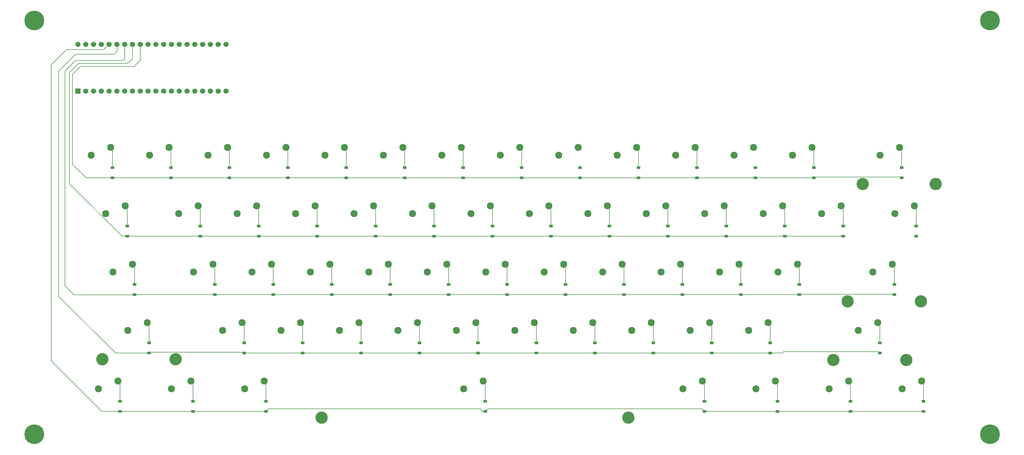
<source format=gbr>
%TF.GenerationSoftware,KiCad,Pcbnew,9.0.3*%
%TF.CreationDate,2025-08-13T20:15:07-07:00*%
%TF.ProjectId,keyboardpls,6b657962-6f61-4726-9470-6c732e6b6963,rev?*%
%TF.SameCoordinates,Original*%
%TF.FileFunction,Copper,L2,Bot*%
%TF.FilePolarity,Positive*%
%FSLAX46Y46*%
G04 Gerber Fmt 4.6, Leading zero omitted, Abs format (unit mm)*
G04 Created by KiCad (PCBNEW 9.0.3) date 2025-08-13 20:15:07*
%MOMM*%
%LPD*%
G01*
G04 APERTURE LIST*
G04 Aperture macros list*
%AMRoundRect*
0 Rectangle with rounded corners*
0 $1 Rounding radius*
0 $2 $3 $4 $5 $6 $7 $8 $9 X,Y pos of 4 corners*
0 Add a 4 corners polygon primitive as box body*
4,1,4,$2,$3,$4,$5,$6,$7,$8,$9,$2,$3,0*
0 Add four circle primitives for the rounded corners*
1,1,$1+$1,$2,$3*
1,1,$1+$1,$4,$5*
1,1,$1+$1,$6,$7*
1,1,$1+$1,$8,$9*
0 Add four rect primitives between the rounded corners*
20,1,$1+$1,$2,$3,$4,$5,0*
20,1,$1+$1,$4,$5,$6,$7,0*
20,1,$1+$1,$6,$7,$8,$9,0*
20,1,$1+$1,$8,$9,$2,$3,0*%
G04 Aperture macros list end*
%TA.AperFunction,ComponentPad*%
%ADD10C,2.300000*%
%TD*%
%TA.AperFunction,ComponentPad*%
%ADD11C,4.000000*%
%TD*%
%TA.AperFunction,SMDPad,CuDef*%
%ADD12RoundRect,0.225000X0.375000X-0.225000X0.375000X0.225000X-0.375000X0.225000X-0.375000X-0.225000X0*%
%TD*%
%TA.AperFunction,ComponentPad*%
%ADD13R,1.700000X1.700000*%
%TD*%
%TA.AperFunction,ComponentPad*%
%ADD14C,1.700000*%
%TD*%
%TA.AperFunction,ViaPad*%
%ADD15C,6.400000*%
%TD*%
%TA.AperFunction,Conductor*%
%ADD16C,0.200000*%
%TD*%
G04 APERTURE END LIST*
D10*
%TO.P,MX41,1,1*%
%TO.N,COL13*%
X331232650Y-154667700D03*
%TO.P,MX41,2,2*%
%TO.N,Net-(D41-A)*%
X337582650Y-152127700D03*
%TD*%
%TO.P,MX23,1,1*%
%TO.N,COL9*%
X238363900Y-135617700D03*
%TO.P,MX23,2,2*%
%TO.N,Net-(D23-A)*%
X244713900Y-133077700D03*
%TD*%
%TO.P,MX36,1,1*%
%TO.N,COL8*%
X224076400Y-154667700D03*
%TO.P,MX36,2,2*%
%TO.N,Net-(D36-A)*%
X230426400Y-152127700D03*
%TD*%
%TO.P,MX3,1,1*%
%TO.N,COL3*%
X114538900Y-116567700D03*
%TO.P,MX3,2,2*%
%TO.N,Net-(D3-A)*%
X120888900Y-114027700D03*
%TD*%
%TO.P,MX37,1,1*%
%TO.N,COL9*%
X243126400Y-154667700D03*
%TO.P,MX37,2,2*%
%TO.N,Net-(D37-A)*%
X249476400Y-152127700D03*
%TD*%
%TO.P,MX14,1,1*%
%TO.N,COL14*%
X333613900Y-116567700D03*
%TO.P,MX14,2,2*%
%TO.N,Net-(D14-A)*%
X339963900Y-114027700D03*
%TD*%
%TO.P,MX53,1,1*%
%TO.N,COL12*%
X326470150Y-173717700D03*
%TO.P,MX53,2,2*%
%TO.N,Net-(D53-A)*%
X332820150Y-171177700D03*
%TD*%
%TO.P,MX56,1,1*%
%TO.N,COL3*%
X126445150Y-192767700D03*
%TO.P,MX56,2,2*%
%TO.N,Net-(D56-A)*%
X132795150Y-190227700D03*
%TD*%
%TO.P,MX40,1,1*%
%TO.N,COL12*%
X300276400Y-154667700D03*
%TO.P,MX40,2,2*%
%TO.N,Net-(D40-A)*%
X306626400Y-152127700D03*
%TD*%
%TO.P,MX33,1,1*%
%TO.N,COL5*%
X166926400Y-154667700D03*
%TO.P,MX33,2,2*%
%TO.N,Net-(D33-A)*%
X173276400Y-152127700D03*
%TD*%
%TO.P,MX47,1,1*%
%TO.N,COL6*%
X195501400Y-173717700D03*
%TO.P,MX47,2,2*%
%TO.N,Net-(D47-A)*%
X201851400Y-171177700D03*
%TD*%
%TO.P,MX16,1,1*%
%TO.N,COL2*%
X105013900Y-135617700D03*
%TO.P,MX16,2,2*%
%TO.N,Net-(D16-A)*%
X111363900Y-133077700D03*
%TD*%
%TO.P,MX59,1,1*%
%TO.N,COL10*%
X293132650Y-192767700D03*
%TO.P,MX59,2,2*%
%TO.N,Net-(D59-A)*%
X299482650Y-190227700D03*
%TD*%
D11*
%TO.P,RightShiftStab1,*%
%TO.N,*%
X342166400Y-183337700D03*
X318353900Y-183337700D03*
%TD*%
D10*
%TO.P,MX18,1,1*%
%TO.N,COL4*%
X143113900Y-135617700D03*
%TO.P,MX18,2,2*%
%TO.N,Net-(D18-A)*%
X149463900Y-133077700D03*
%TD*%
D11*
%TO.P,BackSpaceStab1,*%
%TO.N,*%
X346829000Y-164197200D03*
X323016500Y-164197200D03*
%TD*%
%TO.P,LeftShiftStab1,*%
%TO.N,*%
X103924700Y-183090600D03*
X80112200Y-183090600D03*
%TD*%
D10*
%TO.P,MX11,1,1*%
%TO.N,COL11*%
X266938900Y-116567700D03*
%TO.P,MX11,2,2*%
%TO.N,Net-(D11-A)*%
X273288900Y-114027700D03*
%TD*%
%TO.P,MX12,1,1*%
%TO.N,COL12*%
X285988900Y-116567700D03*
%TO.P,MX12,2,2*%
%TO.N,Net-(D12-A)*%
X292338900Y-114027700D03*
%TD*%
%TO.P,MX31,1,1*%
%TO.N,COL3*%
X128826400Y-154667700D03*
%TO.P,MX31,2,2*%
%TO.N,Net-(D31-A)*%
X135176400Y-152127700D03*
%TD*%
%TO.P,MX30,1,1*%
%TO.N,COL2*%
X109776400Y-154667700D03*
%TO.P,MX30,2,2*%
%TO.N,Net-(D30-A)*%
X116126400Y-152127700D03*
%TD*%
%TO.P,MX49,1,1*%
%TO.N,COL8*%
X233601400Y-173717700D03*
%TO.P,MX49,2,2*%
%TO.N,Net-(D49-A)*%
X239951400Y-171177700D03*
%TD*%
%TO.P,MX57,1,1*%
%TO.N,COL6*%
X197882650Y-192767700D03*
%TO.P,MX57,2,2*%
%TO.N,Net-(D57-A)*%
X204232650Y-190227700D03*
%TD*%
%TO.P,MX52,1,1*%
%TO.N,COL11*%
X290751400Y-173717700D03*
%TO.P,MX52,2,2*%
%TO.N,Net-(D52-A)*%
X297101400Y-171177700D03*
%TD*%
D11*
%TO.P,SpaceStab1,*%
%TO.N,*%
X251566700Y-202141800D03*
X151554200Y-202141800D03*
%TD*%
D10*
%TO.P,MX10,1,1*%
%TO.N,COL10*%
X247888900Y-116567700D03*
%TO.P,MX10,2,2*%
%TO.N,Net-(D10-A)*%
X254238900Y-114027700D03*
%TD*%
%TO.P,MX54,1,1*%
%TO.N,COL1*%
X78820150Y-192767700D03*
%TO.P,MX54,2,2*%
%TO.N,Net-(D54-A)*%
X85170150Y-190227700D03*
%TD*%
%TO.P,MX35,1,1*%
%TO.N,COL7*%
X205026400Y-154667700D03*
%TO.P,MX35,2,2*%
%TO.N,Net-(D35-A)*%
X211376400Y-152127700D03*
%TD*%
%TO.P,MX9,1,1*%
%TO.N,COL9*%
X228838900Y-116567700D03*
%TO.P,MX9,2,2*%
%TO.N,Net-(D9-A)*%
X235188900Y-114027700D03*
%TD*%
%TO.P,MX32,1,1*%
%TO.N,COL4*%
X147876400Y-154667700D03*
%TO.P,MX32,2,2*%
%TO.N,Net-(D32-A)*%
X154226400Y-152127700D03*
%TD*%
%TO.P,MX19,1,1*%
%TO.N,COL5*%
X162163900Y-135617700D03*
%TO.P,MX19,2,2*%
%TO.N,Net-(D19-A)*%
X168513900Y-133077700D03*
%TD*%
%TO.P,MX43,1,1*%
%TO.N,COL2*%
X119301400Y-173717700D03*
%TO.P,MX43,2,2*%
%TO.N,Net-(D43-A)*%
X125651400Y-171177700D03*
%TD*%
D11*
%TO.P,EnterStab1,*%
%TO.N,*%
X351685000Y-125937000D03*
X327872500Y-125937000D03*
%TD*%
D10*
%TO.P,MX2,1,1*%
%TO.N,COL2*%
X95488900Y-116567700D03*
%TO.P,MX2,2,2*%
%TO.N,Net-(D2-A)*%
X101838900Y-114027700D03*
%TD*%
%TO.P,MX42,1,1*%
%TO.N,COL1*%
X88345150Y-173717700D03*
%TO.P,MX42,2,2*%
%TO.N,Net-(D42-A)*%
X94695150Y-171177700D03*
%TD*%
%TO.P,MX60,1,1*%
%TO.N,COL11*%
X316945150Y-192767700D03*
%TO.P,MX60,2,2*%
%TO.N,Net-(D60-A)*%
X323295150Y-190227700D03*
%TD*%
%TO.P,MX21,1,1*%
%TO.N,COL7*%
X200263900Y-135617700D03*
%TO.P,MX21,2,2*%
%TO.N,Net-(D21-A)*%
X206613900Y-133077700D03*
%TD*%
%TO.P,MX34,1,1*%
%TO.N,COL6*%
X185976400Y-154667700D03*
%TO.P,MX34,2,2*%
%TO.N,Net-(D34-A)*%
X192326400Y-152127700D03*
%TD*%
%TO.P,MX27,1,1*%
%TO.N,COL13*%
X314563900Y-135617700D03*
%TO.P,MX27,2,2*%
%TO.N,Net-(D27-A)*%
X320913900Y-133077700D03*
%TD*%
%TO.P,MX28,1,1*%
%TO.N,COL14*%
X338376400Y-135617700D03*
%TO.P,MX28,2,2*%
%TO.N,Net-(D28-A)*%
X344726400Y-133077700D03*
%TD*%
%TO.P,MX58,1,1*%
%TO.N,COL9*%
X269320150Y-192767700D03*
%TO.P,MX58,2,2*%
%TO.N,Net-(D58-A)*%
X275670150Y-190227700D03*
%TD*%
%TO.P,MX5,1,1*%
%TO.N,COL5*%
X152638900Y-116567700D03*
%TO.P,MX5,2,2*%
%TO.N,Net-(D5-A)*%
X158988900Y-114027700D03*
%TD*%
%TO.P,MX38,1,1*%
%TO.N,COL10*%
X262176400Y-154667700D03*
%TO.P,MX38,2,2*%
%TO.N,Net-(D38-A)*%
X268526400Y-152127700D03*
%TD*%
%TO.P,MX61,1,1*%
%TO.N,COL12*%
X340757650Y-192767700D03*
%TO.P,MX61,2,2*%
%TO.N,Net-(D61-A)*%
X347107650Y-190227700D03*
%TD*%
%TO.P,MX24,1,1*%
%TO.N,COL10*%
X257413900Y-135617700D03*
%TO.P,MX24,2,2*%
%TO.N,Net-(D24-A)*%
X263763900Y-133077700D03*
%TD*%
%TO.P,MX48,1,1*%
%TO.N,COL7*%
X214551400Y-173717700D03*
%TO.P,MX48,2,2*%
%TO.N,Net-(D48-A)*%
X220901400Y-171177700D03*
%TD*%
%TO.P,MX44,1,1*%
%TO.N,COL3*%
X138351400Y-173717700D03*
%TO.P,MX44,2,2*%
%TO.N,Net-(D44-A)*%
X144701400Y-171177700D03*
%TD*%
%TO.P,MX1,1,1*%
%TO.N,COL1*%
X76438900Y-116567700D03*
%TO.P,MX1,2,2*%
%TO.N,Net-(D1-A)*%
X82788900Y-114027700D03*
%TD*%
%TO.P,MX20,1,1*%
%TO.N,COL6*%
X181213900Y-135617700D03*
%TO.P,MX20,2,2*%
%TO.N,Net-(D20-A)*%
X187563900Y-133077700D03*
%TD*%
%TO.P,MX4,1,1*%
%TO.N,COL4*%
X133588900Y-116567700D03*
%TO.P,MX4,2,2*%
%TO.N,Net-(D4-A)*%
X139938900Y-114027700D03*
%TD*%
%TO.P,MX8,1,1*%
%TO.N,COL8*%
X209788900Y-116567700D03*
%TO.P,MX8,2,2*%
%TO.N,Net-(D8-A)*%
X216138900Y-114027700D03*
%TD*%
%TO.P,MX55,1,1*%
%TO.N,COL2*%
X102632650Y-192767700D03*
%TO.P,MX55,2,2*%
%TO.N,Net-(D55-A)*%
X108982650Y-190227700D03*
%TD*%
%TO.P,MX7,1,1*%
%TO.N,COL7*%
X190738900Y-116567700D03*
%TO.P,MX7,2,2*%
%TO.N,Net-(D7-A)*%
X197088900Y-114027700D03*
%TD*%
%TO.P,MX22,1,1*%
%TO.N,COL8*%
X219313900Y-135617700D03*
%TO.P,MX22,2,2*%
%TO.N,Net-(D22-A)*%
X225663900Y-133077700D03*
%TD*%
%TO.P,MX13,1,1*%
%TO.N,COL13*%
X305038900Y-116567700D03*
%TO.P,MX13,2,2*%
%TO.N,Net-(D13-A)*%
X311388900Y-114027700D03*
%TD*%
%TO.P,MX51,1,1*%
%TO.N,COL10*%
X271701400Y-173717700D03*
%TO.P,MX51,2,2*%
%TO.N,Net-(D51-A)*%
X278051400Y-171177700D03*
%TD*%
%TO.P,MX50,1,1*%
%TO.N,COL9*%
X252651400Y-173717700D03*
%TO.P,MX50,2,2*%
%TO.N,Net-(D50-A)*%
X259001400Y-171177700D03*
%TD*%
%TO.P,MX29,1,1*%
%TO.N,COL1*%
X83582650Y-154667700D03*
%TO.P,MX29,2,2*%
%TO.N,Net-(D29-A)*%
X89932650Y-152127700D03*
%TD*%
%TO.P,MX39,1,1*%
%TO.N,COL11*%
X281226400Y-154667700D03*
%TO.P,MX39,2,2*%
%TO.N,Net-(D39-A)*%
X287576400Y-152127700D03*
%TD*%
%TO.P,MX15,1,1*%
%TO.N,COL1*%
X81201400Y-135617700D03*
%TO.P,MX15,2,2*%
%TO.N,Net-(D15-A)*%
X87551400Y-133077700D03*
%TD*%
%TO.P,MX45,1,1*%
%TO.N,COL4*%
X157401400Y-173717700D03*
%TO.P,MX45,2,2*%
%TO.N,Net-(D45-A)*%
X163751400Y-171177700D03*
%TD*%
%TO.P,MX17,1,1*%
%TO.N,COL3*%
X124063900Y-135617700D03*
%TO.P,MX17,2,2*%
%TO.N,Net-(D17-A)*%
X130413900Y-133077700D03*
%TD*%
%TO.P,MX6,1,1*%
%TO.N,COL6*%
X171688900Y-116567700D03*
%TO.P,MX6,2,2*%
%TO.N,Net-(D6-A)*%
X178038900Y-114027700D03*
%TD*%
%TO.P,MX26,1,1*%
%TO.N,COL12*%
X295513900Y-135617700D03*
%TO.P,MX26,2,2*%
%TO.N,Net-(D26-A)*%
X301863900Y-133077700D03*
%TD*%
%TO.P,MX46,1,1*%
%TO.N,COL5*%
X176451400Y-173717700D03*
%TO.P,MX46,2,2*%
%TO.N,Net-(D46-A)*%
X182801400Y-171177700D03*
%TD*%
%TO.P,MX25,1,1*%
%TO.N,COL11*%
X276463900Y-135617700D03*
%TO.P,MX25,2,2*%
%TO.N,Net-(D25-A)*%
X282813900Y-133077700D03*
%TD*%
D12*
%TO.P,D14,1,K*%
%TO.N,ROW1*%
X340599100Y-123932900D03*
%TO.P,D14,2,A*%
%TO.N,Net-(D14-A)*%
X340599100Y-120632900D03*
%TD*%
%TO.P,D53,1,K*%
%TO.N,ROW4*%
X333455350Y-181082900D03*
%TO.P,D53,2,A*%
%TO.N,Net-(D53-A)*%
X333455350Y-177782900D03*
%TD*%
%TO.P,D50,1,K*%
%TO.N,ROW4*%
X259636600Y-181082900D03*
%TO.P,D50,2,A*%
%TO.N,Net-(D50-A)*%
X259636600Y-177782900D03*
%TD*%
%TO.P,D48,1,K*%
%TO.N,ROW4*%
X221536600Y-181082900D03*
%TO.P,D48,2,A*%
%TO.N,Net-(D48-A)*%
X221536600Y-177782900D03*
%TD*%
%TO.P,D19,1,K*%
%TO.N,ROW2*%
X169149100Y-142982900D03*
%TO.P,D19,2,A*%
%TO.N,Net-(D19-A)*%
X169149100Y-139682900D03*
%TD*%
%TO.P,D16,1,K*%
%TO.N,ROW2*%
X111999100Y-142982900D03*
%TO.P,D16,2,A*%
%TO.N,Net-(D16-A)*%
X111999100Y-139682900D03*
%TD*%
%TO.P,D27,1,K*%
%TO.N,ROW2*%
X321549100Y-142982900D03*
%TO.P,D27,2,A*%
%TO.N,Net-(D27-A)*%
X321549100Y-139682900D03*
%TD*%
%TO.P,D24,1,K*%
%TO.N,ROW2*%
X264399100Y-142982900D03*
%TO.P,D24,2,A*%
%TO.N,Net-(D24-A)*%
X264399100Y-139682900D03*
%TD*%
%TO.P,D23,1,K*%
%TO.N,ROW2*%
X245349100Y-142982900D03*
%TO.P,D23,2,A*%
%TO.N,Net-(D23-A)*%
X245349100Y-139682900D03*
%TD*%
%TO.P,D17,1,K*%
%TO.N,ROW2*%
X131049100Y-142982900D03*
%TO.P,D17,2,A*%
%TO.N,Net-(D17-A)*%
X131049100Y-139682900D03*
%TD*%
%TO.P,D43,1,K*%
%TO.N,ROW4*%
X126286600Y-181082900D03*
%TO.P,D43,2,A*%
%TO.N,Net-(D43-A)*%
X126286600Y-177782900D03*
%TD*%
%TO.P,D10,1,K*%
%TO.N,ROW1*%
X254874100Y-123932900D03*
%TO.P,D10,2,A*%
%TO.N,Net-(D10-A)*%
X254874100Y-120632900D03*
%TD*%
%TO.P,D26,1,K*%
%TO.N,ROW2*%
X302499100Y-142982900D03*
%TO.P,D26,2,A*%
%TO.N,Net-(D26-A)*%
X302499100Y-139682900D03*
%TD*%
%TO.P,D49,1,K*%
%TO.N,ROW4*%
X240586600Y-181082900D03*
%TO.P,D49,2,A*%
%TO.N,Net-(D49-A)*%
X240586600Y-177782900D03*
%TD*%
%TO.P,D35,1,K*%
%TO.N,ROW3*%
X212011600Y-162032900D03*
%TO.P,D35,2,A*%
%TO.N,Net-(D35-A)*%
X212011600Y-158732900D03*
%TD*%
%TO.P,D58,1,K*%
%TO.N,ROW5*%
X276305350Y-200132900D03*
%TO.P,D58,2,A*%
%TO.N,Net-(D58-A)*%
X276305350Y-196832900D03*
%TD*%
%TO.P,D29,1,K*%
%TO.N,ROW3*%
X90567850Y-162032900D03*
%TO.P,D29,2,A*%
%TO.N,Net-(D29-A)*%
X90567850Y-158732900D03*
%TD*%
%TO.P,D22,1,K*%
%TO.N,ROW2*%
X226299100Y-142982900D03*
%TO.P,D22,2,A*%
%TO.N,Net-(D22-A)*%
X226299100Y-139682900D03*
%TD*%
%TO.P,D15,1,K*%
%TO.N,ROW2*%
X88186600Y-142982900D03*
%TO.P,D15,2,A*%
%TO.N,Net-(D15-A)*%
X88186600Y-139682900D03*
%TD*%
%TO.P,D52,1,K*%
%TO.N,ROW4*%
X297736600Y-181082900D03*
%TO.P,D52,2,A*%
%TO.N,Net-(D52-A)*%
X297736600Y-177782900D03*
%TD*%
%TO.P,D3,1,K*%
%TO.N,ROW1*%
X121524100Y-123932900D03*
%TO.P,D3,2,A*%
%TO.N,Net-(D3-A)*%
X121524100Y-120632900D03*
%TD*%
%TO.P,D28,1,K*%
%TO.N,ROW2*%
X345361600Y-142982900D03*
%TO.P,D28,2,A*%
%TO.N,Net-(D28-A)*%
X345361600Y-139682900D03*
%TD*%
%TO.P,D20,1,K*%
%TO.N,ROW2*%
X188199100Y-142982900D03*
%TO.P,D20,2,A*%
%TO.N,Net-(D20-A)*%
X188199100Y-139682900D03*
%TD*%
%TO.P,D41,1,K*%
%TO.N,ROW3*%
X338217850Y-162032900D03*
%TO.P,D41,2,A*%
%TO.N,Net-(D41-A)*%
X338217850Y-158732900D03*
%TD*%
%TO.P,D33,1,K*%
%TO.N,ROW3*%
X173911600Y-162032900D03*
%TO.P,D33,2,A*%
%TO.N,Net-(D33-A)*%
X173911600Y-158732900D03*
%TD*%
%TO.P,D8,1,K*%
%TO.N,ROW1*%
X216774100Y-123932900D03*
%TO.P,D8,2,A*%
%TO.N,Net-(D8-A)*%
X216774100Y-120632900D03*
%TD*%
%TO.P,D2,1,K*%
%TO.N,ROW1*%
X102474100Y-123932900D03*
%TO.P,D2,2,A*%
%TO.N,Net-(D2-A)*%
X102474100Y-120632900D03*
%TD*%
%TO.P,D45,1,K*%
%TO.N,ROW4*%
X164386600Y-181082900D03*
%TO.P,D45,2,A*%
%TO.N,Net-(D45-A)*%
X164386600Y-177782900D03*
%TD*%
%TO.P,D18,1,K*%
%TO.N,ROW2*%
X150099100Y-142982900D03*
%TO.P,D18,2,A*%
%TO.N,Net-(D18-A)*%
X150099100Y-139682900D03*
%TD*%
%TO.P,D31,1,K*%
%TO.N,ROW3*%
X135811600Y-162032900D03*
%TO.P,D31,2,A*%
%TO.N,Net-(D31-A)*%
X135811600Y-158732900D03*
%TD*%
%TO.P,D56,1,K*%
%TO.N,ROW5*%
X133430350Y-200132900D03*
%TO.P,D56,2,A*%
%TO.N,Net-(D56-A)*%
X133430350Y-196832900D03*
%TD*%
%TO.P,D44,1,K*%
%TO.N,ROW4*%
X145336600Y-181082900D03*
%TO.P,D44,2,A*%
%TO.N,Net-(D44-A)*%
X145336600Y-177782900D03*
%TD*%
%TO.P,D11,1,K*%
%TO.N,ROW1*%
X273924100Y-123932900D03*
%TO.P,D11,2,A*%
%TO.N,Net-(D11-A)*%
X273924100Y-120632900D03*
%TD*%
%TO.P,D61,1,K*%
%TO.N,ROW5*%
X347742850Y-200132900D03*
%TO.P,D61,2,A*%
%TO.N,Net-(D61-A)*%
X347742850Y-196832900D03*
%TD*%
%TO.P,D37,1,K*%
%TO.N,ROW3*%
X250111600Y-162032900D03*
%TO.P,D37,2,A*%
%TO.N,Net-(D37-A)*%
X250111600Y-158732900D03*
%TD*%
%TO.P,D39,1,K*%
%TO.N,ROW3*%
X288211600Y-162032900D03*
%TO.P,D39,2,A*%
%TO.N,Net-(D39-A)*%
X288211600Y-158732900D03*
%TD*%
%TO.P,D13,1,K*%
%TO.N,ROW1*%
X312024100Y-123932900D03*
%TO.P,D13,2,A*%
%TO.N,Net-(D13-A)*%
X312024100Y-120632900D03*
%TD*%
%TO.P,D38,1,K*%
%TO.N,ROW3*%
X269161600Y-162032900D03*
%TO.P,D38,2,A*%
%TO.N,Net-(D38-A)*%
X269161600Y-158732900D03*
%TD*%
%TO.P,D21,1,K*%
%TO.N,ROW2*%
X207249100Y-142982900D03*
%TO.P,D21,2,A*%
%TO.N,Net-(D21-A)*%
X207249100Y-139682900D03*
%TD*%
%TO.P,D46,1,K*%
%TO.N,ROW4*%
X183436600Y-181082900D03*
%TO.P,D46,2,A*%
%TO.N,Net-(D46-A)*%
X183436600Y-177782900D03*
%TD*%
%TO.P,D9,1,K*%
%TO.N,ROW1*%
X235824100Y-123932900D03*
%TO.P,D9,2,A*%
%TO.N,Net-(D9-A)*%
X235824100Y-120632900D03*
%TD*%
%TO.P,D30,1,K*%
%TO.N,ROW3*%
X116761600Y-162032900D03*
%TO.P,D30,2,A*%
%TO.N,Net-(D30-A)*%
X116761600Y-158732900D03*
%TD*%
%TO.P,D5,1,K*%
%TO.N,ROW1*%
X159624100Y-123932900D03*
%TO.P,D5,2,A*%
%TO.N,Net-(D5-A)*%
X159624100Y-120632900D03*
%TD*%
%TO.P,D54,1,K*%
%TO.N,ROW5*%
X85805350Y-200132900D03*
%TO.P,D54,2,A*%
%TO.N,Net-(D54-A)*%
X85805350Y-196832900D03*
%TD*%
%TO.P,D59,1,K*%
%TO.N,ROW5*%
X300117850Y-200132900D03*
%TO.P,D59,2,A*%
%TO.N,Net-(D59-A)*%
X300117850Y-196832900D03*
%TD*%
%TO.P,D1,1,K*%
%TO.N,ROW1*%
X83424100Y-123932900D03*
%TO.P,D1,2,A*%
%TO.N,Net-(D1-A)*%
X83424100Y-120632900D03*
%TD*%
%TO.P,D25,1,K*%
%TO.N,ROW2*%
X283449100Y-142982900D03*
%TO.P,D25,2,A*%
%TO.N,Net-(D25-A)*%
X283449100Y-139682900D03*
%TD*%
%TO.P,D57,1,K*%
%TO.N,ROW5*%
X204867850Y-200132900D03*
%TO.P,D57,2,A*%
%TO.N,Net-(D57-A)*%
X204867850Y-196832900D03*
%TD*%
%TO.P,D32,1,K*%
%TO.N,ROW3*%
X154861600Y-162032900D03*
%TO.P,D32,2,A*%
%TO.N,Net-(D32-A)*%
X154861600Y-158732900D03*
%TD*%
%TO.P,D47,1,K*%
%TO.N,ROW4*%
X202486600Y-181082900D03*
%TO.P,D47,2,A*%
%TO.N,Net-(D47-A)*%
X202486600Y-177782900D03*
%TD*%
%TO.P,D4,1,K*%
%TO.N,ROW1*%
X140574100Y-123932900D03*
%TO.P,D4,2,A*%
%TO.N,Net-(D4-A)*%
X140574100Y-120632900D03*
%TD*%
%TO.P,D42,1,K*%
%TO.N,ROW4*%
X95330350Y-181082900D03*
%TO.P,D42,2,A*%
%TO.N,Net-(D42-A)*%
X95330350Y-177782900D03*
%TD*%
%TO.P,D55,1,K*%
%TO.N,ROW5*%
X109617850Y-200132900D03*
%TO.P,D55,2,A*%
%TO.N,Net-(D55-A)*%
X109617850Y-196832900D03*
%TD*%
%TO.P,D51,1,K*%
%TO.N,ROW4*%
X278686600Y-181082900D03*
%TO.P,D51,2,A*%
%TO.N,Net-(D51-A)*%
X278686600Y-177782900D03*
%TD*%
%TO.P,D34,1,K*%
%TO.N,ROW3*%
X192961600Y-162032900D03*
%TO.P,D34,2,A*%
%TO.N,Net-(D34-A)*%
X192961600Y-158732900D03*
%TD*%
%TO.P,D7,1,K*%
%TO.N,ROW1*%
X197724100Y-123932900D03*
%TO.P,D7,2,A*%
%TO.N,Net-(D7-A)*%
X197724100Y-120632900D03*
%TD*%
%TO.P,D60,1,K*%
%TO.N,ROW5*%
X323930350Y-200132900D03*
%TO.P,D60,2,A*%
%TO.N,Net-(D60-A)*%
X323930350Y-196832900D03*
%TD*%
%TO.P,D6,1,K*%
%TO.N,ROW1*%
X178674100Y-123932900D03*
%TO.P,D6,2,A*%
%TO.N,Net-(D6-A)*%
X178674100Y-120632900D03*
%TD*%
%TO.P,D12,1,K*%
%TO.N,ROW1*%
X292974100Y-123932900D03*
%TO.P,D12,2,A*%
%TO.N,Net-(D12-A)*%
X292974100Y-120632900D03*
%TD*%
%TO.P,D36,1,K*%
%TO.N,ROW3*%
X231061600Y-162032900D03*
%TO.P,D36,2,A*%
%TO.N,Net-(D36-A)*%
X231061600Y-158732900D03*
%TD*%
%TO.P,D40,1,K*%
%TO.N,ROW3*%
X307261600Y-162032900D03*
%TO.P,D40,2,A*%
%TO.N,Net-(D40-A)*%
X307261600Y-158732900D03*
%TD*%
D13*
%TO.P,U4,1,PB12*%
%TO.N,COL1*%
X72112500Y-95590000D03*
D14*
%TO.P,U4,2,PB13*%
%TO.N,COL2*%
X74652500Y-95590000D03*
%TO.P,U4,3,PB14*%
%TO.N,COL3*%
X77192500Y-95590000D03*
%TO.P,U4,4,PB15*%
%TO.N,COL4*%
X79732500Y-95590000D03*
%TO.P,U4,5,PA8*%
%TO.N,COL5*%
X82272500Y-95590000D03*
%TO.P,U4,6,PA9*%
%TO.N,COL6*%
X84812500Y-95590000D03*
%TO.P,U4,7,PA10*%
%TO.N,COL7*%
X87352500Y-95590000D03*
%TO.P,U4,8,PA11*%
%TO.N,unconnected-(U4-PA11-Pad8)*%
X89892500Y-95590000D03*
%TO.P,U4,9,PA12*%
%TO.N,unconnected-(U4-PA12-Pad9)*%
X92432500Y-95590000D03*
%TO.P,U4,10,PA15*%
%TO.N,COL8*%
X94972500Y-95590000D03*
%TO.P,U4,11,PB3*%
%TO.N,COL9*%
X97512500Y-95590000D03*
%TO.P,U4,12,PB4*%
%TO.N,COL10*%
X100052500Y-95590000D03*
%TO.P,U4,13,PB5*%
%TO.N,COL14*%
X102592500Y-95590000D03*
%TO.P,U4,14,PB6*%
%TO.N,COL13*%
X105132500Y-95590000D03*
%TO.P,U4,15,PB7*%
%TO.N,COL12*%
X107672500Y-95590000D03*
%TO.P,U4,16,PB8*%
%TO.N,COL11*%
X110212500Y-95590000D03*
%TO.P,U4,17,PB9*%
%TO.N,unconnected-(U4-PB9-Pad17)*%
X112752500Y-95590000D03*
%TO.P,U4,18,5V*%
%TO.N,unconnected-(U4-5V-Pad18)*%
X115292500Y-95590000D03*
%TO.P,U4,19,GND*%
%TO.N,unconnected-(U4-GND-Pad19)*%
X117832500Y-95590000D03*
%TO.P,U4,20,3V3*%
%TO.N,unconnected-(U4-3V3-Pad20)*%
X120372500Y-95590000D03*
%TO.P,U4,21,VBat*%
%TO.N,unconnected-(U4-VBat-Pad21)*%
X120372500Y-80350000D03*
%TO.P,U4,22,PC13*%
%TO.N,unconnected-(U4-PC13-Pad22)*%
X117832500Y-80350000D03*
%TO.P,U4,23,PC14*%
%TO.N,unconnected-(U4-PC14-Pad23)*%
X115292500Y-80350000D03*
%TO.P,U4,24,PC15*%
%TO.N,unconnected-(U4-PC15-Pad24)*%
X112752500Y-80350000D03*
%TO.P,U4,25,PA0*%
%TO.N,unconnected-(U4-PA0-Pad25)*%
X110212500Y-80350000D03*
%TO.P,U4,26,PA1*%
%TO.N,unconnected-(U4-PA1-Pad26)*%
X107672500Y-80350000D03*
%TO.P,U4,27,PA2*%
%TO.N,unconnected-(U4-PA2-Pad27)*%
X105132500Y-80350000D03*
%TO.P,U4,28,PA3*%
%TO.N,unconnected-(U4-PA3-Pad28)*%
X102592500Y-80350000D03*
%TO.P,U4,29,PA4*%
%TO.N,unconnected-(U4-PA4-Pad29)*%
X100052500Y-80350000D03*
%TO.P,U4,30,PA5*%
%TO.N,unconnected-(U4-PA5-Pad30)*%
X97512500Y-80350000D03*
%TO.P,U4,31,PA6*%
%TO.N,unconnected-(U4-PA6-Pad31)*%
X94972500Y-80350000D03*
%TO.P,U4,32,PA7*%
%TO.N,ROW1*%
X92432500Y-80350000D03*
%TO.P,U4,33,PB0*%
%TO.N,ROW2*%
X89892500Y-80350000D03*
%TO.P,U4,34,PB1*%
%TO.N,ROW3*%
X87352500Y-80350000D03*
%TO.P,U4,35,PB10*%
%TO.N,ROW4*%
X84812500Y-80350000D03*
%TO.P,U4,36,PB11*%
%TO.N,ROW5*%
X82272500Y-80350000D03*
%TO.P,U4,37,RST*%
%TO.N,unconnected-(U4-RST-Pad37)*%
X79732500Y-80350000D03*
%TO.P,U4,38,3V3*%
%TO.N,unconnected-(U4-3V3-Pad38)*%
X77192500Y-80350000D03*
%TO.P,U4,39,GND*%
%TO.N,unconnected-(U4-GND-Pad39)*%
X74652500Y-80350000D03*
%TO.P,U4,40,GND*%
%TO.N,unconnected-(U4-GND-Pad40)*%
X72112500Y-80350000D03*
%TD*%
D15*
%TO.N,*%
X369372500Y-207590000D03*
X57872500Y-207590000D03*
X369372500Y-72590000D03*
X57872500Y-72590000D03*
%TD*%
D16*
%TO.N,ROW5*%
X79915400Y-200132900D02*
X85805350Y-200132900D01*
X63372500Y-183590000D02*
X79915400Y-200132900D01*
X68372500Y-82090000D02*
X63372500Y-87090000D01*
X63372500Y-87090000D02*
X63372500Y-183590000D01*
X80532500Y-82090000D02*
X68372500Y-82090000D01*
X82272500Y-80350000D02*
X80532500Y-82090000D01*
%TO.N,ROW4*%
X84872500Y-80410000D02*
X84812500Y-80350000D01*
X84872500Y-82590000D02*
X84872500Y-80410000D01*
X71372500Y-83590000D02*
X83872500Y-83590000D01*
X65872500Y-89090000D02*
X71372500Y-83590000D01*
X65872500Y-162590000D02*
X65872500Y-89090000D01*
X83872500Y-83590000D02*
X84872500Y-82590000D01*
X84372500Y-181090000D02*
X65872500Y-162590000D01*
X84379600Y-181082900D02*
X84372500Y-181090000D01*
X95330350Y-181082900D02*
X84379600Y-181082900D01*
%TO.N,ROW3*%
X72372500Y-85590000D02*
X71372500Y-85590000D01*
X86872500Y-85590000D02*
X71372500Y-85590000D01*
X87352500Y-85110000D02*
X86872500Y-85590000D01*
X87352500Y-80350000D02*
X87352500Y-85110000D01*
%TO.N,ROW2*%
X69372500Y-89590000D02*
X69372500Y-125864974D01*
X72372500Y-86590000D02*
X69372500Y-89590000D01*
X88372500Y-86590000D02*
X72372500Y-86590000D01*
X89892500Y-85070000D02*
X88372500Y-86590000D01*
X89892500Y-80350000D02*
X89892500Y-85070000D01*
X69372500Y-125864974D02*
X86490426Y-142982900D01*
X86490426Y-142982900D02*
X88186600Y-142982900D01*
%TO.N,ROW1*%
X70372500Y-90090000D02*
X70372500Y-119494600D01*
X70372500Y-119494600D02*
X71467900Y-120590000D01*
X72872500Y-87590000D02*
X70372500Y-90090000D01*
X90372500Y-87590000D02*
X72872500Y-87590000D01*
X92432500Y-85530000D02*
X90372500Y-87590000D01*
X92432500Y-80350000D02*
X92432500Y-85530000D01*
%TO.N,ROW3*%
X67872500Y-89090000D02*
X67872500Y-159090000D01*
X71372500Y-85590000D02*
X67872500Y-89090000D01*
X67872500Y-159090000D02*
X69872500Y-161090000D01*
%TO.N,Net-(D1-A)*%
X82788900Y-114027700D02*
X83424100Y-114662900D01*
X83424100Y-114662900D02*
X83424100Y-120632900D01*
%TO.N,Net-(D2-A)*%
X101838900Y-114027700D02*
X102158100Y-114027700D01*
X102158100Y-114027700D02*
X102475300Y-114344900D01*
X102475300Y-114344900D02*
X102474100Y-114346100D01*
X102474100Y-114346100D02*
X102474100Y-120632900D01*
%TO.N,Net-(D3-A)*%
X120888900Y-114027700D02*
X121526500Y-114665300D01*
X121524100Y-114744200D02*
X121524100Y-120632900D01*
X121526500Y-114741800D02*
X121524100Y-114744200D01*
X121526500Y-114665300D02*
X121526500Y-114741800D01*
%TO.N,Net-(D4-A)*%
X139938900Y-114027700D02*
X140260500Y-114027700D01*
X140577700Y-114344900D02*
X140574100Y-114348500D01*
X140260500Y-114027700D02*
X140577700Y-114344900D01*
X140574100Y-114348500D02*
X140574100Y-120632900D01*
%TO.N,Net-(D5-A)*%
X159628900Y-114667700D02*
X159628900Y-114741800D01*
X159628900Y-114741800D02*
X159624100Y-114746600D01*
X158988900Y-114027700D02*
X159628900Y-114667700D01*
X159624100Y-114746600D02*
X159624100Y-120632900D01*
%TO.N,ROW1*%
X216774100Y-123932900D02*
X235824100Y-123932900D01*
X273924100Y-123932900D02*
X292974100Y-123932900D01*
X83424100Y-123932900D02*
X74810800Y-123932900D01*
X197724100Y-123932900D02*
X216774100Y-123932900D01*
X159624100Y-123932900D02*
X178674100Y-123932900D01*
X340303200Y-123637000D02*
X340599100Y-123932900D01*
X74810800Y-123932900D02*
X71467900Y-120590000D01*
X292974100Y-123932900D02*
X312024100Y-123932900D01*
X312024100Y-123932900D02*
X312320000Y-123637000D01*
X83424100Y-123870500D02*
X83486500Y-123932900D01*
X178674100Y-123932900D02*
X197724100Y-123932900D01*
X102474100Y-123932900D02*
X121524100Y-123932900D01*
X235824100Y-123932900D02*
X254874100Y-123932900D01*
X83486500Y-123932900D02*
X102474100Y-123932900D01*
X83424100Y-123932900D02*
X83424100Y-123870500D01*
X121524100Y-123932900D02*
X140574100Y-123932900D01*
X140574100Y-123932900D02*
X159624100Y-123932900D01*
X71467900Y-120590000D02*
X71467900Y-120685400D01*
X312320000Y-123637000D02*
X340303200Y-123637000D01*
X254874100Y-123932900D02*
X273924100Y-123932900D01*
%TO.N,ROW2*%
X131049100Y-142982900D02*
X150099100Y-142982900D01*
X111999100Y-142982900D02*
X131049100Y-142982900D01*
X302499100Y-142982900D02*
X321549100Y-142982900D01*
X245349100Y-142982900D02*
X264399100Y-142982900D01*
X207249100Y-142982900D02*
X226299100Y-142982900D01*
X88186600Y-142982900D02*
X111999100Y-142982900D01*
X188199100Y-142982900D02*
X207249100Y-142982900D01*
X169149100Y-142982900D02*
X188199100Y-142982900D01*
X264399100Y-142982900D02*
X283449100Y-142982900D01*
X283449100Y-142982900D02*
X302499100Y-142982900D01*
X226299100Y-142982900D02*
X245349100Y-142982900D01*
X150099100Y-142982900D02*
X169149100Y-142982900D01*
%TO.N,Net-(D6-A)*%
X178674100Y-114338900D02*
X178674100Y-120632900D01*
X178038900Y-114027700D02*
X178362900Y-114027700D01*
X178362900Y-114027700D02*
X178674100Y-114338900D01*
X178362900Y-114027700D02*
X178680100Y-114344900D01*
%TO.N,Net-(D7-A)*%
X197414100Y-114027700D02*
X197724100Y-114337700D01*
X197088900Y-114027700D02*
X197414100Y-114027700D01*
X197414100Y-114027700D02*
X197731300Y-114344900D01*
X197724100Y-114337700D02*
X197724100Y-120632900D01*
%TO.N,ROW3*%
X192961600Y-162032900D02*
X212011600Y-162032900D01*
X135811600Y-162032900D02*
X154861600Y-162032900D01*
X70872500Y-162090000D02*
X69872500Y-161090000D01*
X231061600Y-162032900D02*
X250111600Y-162032900D01*
X269161600Y-162032900D02*
X288211600Y-162032900D01*
X116761600Y-162032900D02*
X135811600Y-162032900D01*
X173911600Y-162032900D02*
X192961600Y-162032900D01*
X307397300Y-161897200D02*
X338082150Y-161897200D01*
X154861600Y-162032900D02*
X173911600Y-162032900D01*
X69872500Y-161090000D02*
X69372500Y-160590000D01*
X90567850Y-162032900D02*
X116761600Y-162032900D01*
X307261600Y-162032900D02*
X307397300Y-161897200D01*
X90510750Y-162090000D02*
X70872500Y-162090000D01*
X90567850Y-162032900D02*
X90510750Y-162090000D01*
X288211600Y-162032900D02*
X307261600Y-162032900D01*
X250111600Y-162032900D02*
X269161600Y-162032900D01*
X212011600Y-162032900D02*
X231061600Y-162032900D01*
X338082150Y-161897200D02*
X338217850Y-162032900D01*
%TO.N,Net-(D8-A)*%
X216774100Y-116337800D02*
X216774100Y-120632900D01*
X216782500Y-116329400D02*
X216774100Y-116337800D01*
X216138900Y-114027700D02*
X216782500Y-114671300D01*
X216782500Y-114671300D02*
X216782500Y-116329400D01*
%TO.N,ROW4*%
X240586600Y-181082900D02*
X259636600Y-181082900D01*
X301660300Y-181082900D02*
X301719100Y-181024100D01*
X301719100Y-181024100D02*
X302116000Y-180627200D01*
X202486600Y-181082900D02*
X221536600Y-181082900D01*
X95622650Y-180790600D02*
X125994300Y-180790600D01*
X332999650Y-180627200D02*
X333455350Y-181082900D01*
X221536600Y-181082900D02*
X240586600Y-181082900D01*
X125994300Y-180790600D02*
X126286600Y-181082900D01*
X302116000Y-180627200D02*
X332999650Y-180627200D01*
X183436600Y-181082900D02*
X202486600Y-181082900D01*
X278686600Y-181082900D02*
X297736600Y-181082900D01*
X145336600Y-181082900D02*
X164386600Y-181082900D01*
X259636600Y-181082900D02*
X278686600Y-181082900D01*
X164386600Y-181082900D02*
X183436600Y-181082900D01*
X126286600Y-181082900D02*
X145336600Y-181082900D01*
X95330350Y-181082900D02*
X95622650Y-180790600D01*
X297736600Y-181082900D02*
X301660300Y-181082900D01*
%TO.N,ROW5*%
X204867850Y-200132900D02*
X205719250Y-199281500D01*
X300117850Y-200132900D02*
X323930350Y-200132900D01*
X85805350Y-200132900D02*
X109617850Y-200132900D01*
X276305350Y-200132900D02*
X300117850Y-200132900D01*
X275453950Y-199281500D02*
X276305350Y-200132900D01*
X204139300Y-200132900D02*
X204867850Y-200132900D01*
X133430350Y-200132900D02*
X134281750Y-199281500D01*
X323930350Y-200132900D02*
X347742850Y-200132900D01*
X203287900Y-199281500D02*
X204139300Y-200132900D01*
X109617850Y-200132900D02*
X133430350Y-200132900D01*
X134281750Y-199281500D02*
X203287900Y-199281500D01*
X205719250Y-199281500D02*
X275453950Y-199281500D01*
%TO.N,Net-(D10-A)*%
X254884900Y-114673700D02*
X254884900Y-115138700D01*
X254874100Y-115149500D02*
X254874100Y-120632900D01*
X254238900Y-114027700D02*
X254884900Y-114673700D01*
X254884900Y-115138700D02*
X254874100Y-115149500D01*
%TO.N,Net-(D11-A)*%
X273936100Y-115138700D02*
X273924100Y-115150700D01*
X273924100Y-115150700D02*
X273924100Y-120632900D01*
X273936100Y-114674900D02*
X273936100Y-115138700D01*
X273288900Y-114027700D02*
X273936100Y-114674900D01*
%TO.N,Net-(D13-A)*%
X312038500Y-114677300D02*
X312038500Y-115535600D01*
X312024100Y-115550000D02*
X312024100Y-120632900D01*
X312038500Y-115535600D02*
X312024100Y-115550000D01*
X311388900Y-114027700D02*
X312038500Y-114677300D01*
%TO.N,Net-(D14-A)*%
X340599100Y-115948700D02*
X340599100Y-120632900D01*
X340615300Y-115932500D02*
X340599100Y-115948700D01*
X340615300Y-114679100D02*
X340615300Y-115932500D01*
X339963900Y-114027700D02*
X340615300Y-114679100D01*
%TO.N,Net-(D15-A)*%
X88186900Y-134189900D02*
X88186600Y-134190200D01*
X88186900Y-133713200D02*
X88186900Y-134189900D01*
X87551400Y-133077700D02*
X88186900Y-133713200D01*
X88186600Y-134190200D02*
X88186600Y-139682900D01*
%TO.N,Net-(D16-A)*%
X112000900Y-134189900D02*
X111999100Y-134191700D01*
X111999100Y-134191700D02*
X111999100Y-139682900D01*
X112000900Y-133714700D02*
X112000900Y-134189900D01*
X111363900Y-133077700D02*
X112000900Y-133714700D01*
%TO.N,Net-(D17-A)*%
X130413900Y-133077700D02*
X131052100Y-133715900D01*
X131052100Y-133715900D02*
X131052100Y-134983700D01*
X131052100Y-134983700D02*
X131049100Y-134986700D01*
X131049100Y-134986700D02*
X131049100Y-139682900D01*
%TO.N,Net-(D18-A)*%
X149463900Y-133077700D02*
X150103300Y-133717100D01*
X150099100Y-135384800D02*
X150099100Y-139682900D01*
X150103300Y-135380600D02*
X150099100Y-135384800D01*
X150103300Y-133717100D02*
X150103300Y-135380600D01*
%TO.N,Net-(D19-A)*%
X169154500Y-135380600D02*
X169149100Y-135386000D01*
X168513900Y-133077700D02*
X169154500Y-133718300D01*
X169149100Y-135386000D02*
X169149100Y-139682900D01*
X169154500Y-133718300D02*
X169154500Y-135380600D01*
%TO.N,Net-(D20-A)*%
X188199100Y-134990300D02*
X188199100Y-139682900D01*
X188205700Y-133719500D02*
X188205700Y-134983700D01*
X188205700Y-134983700D02*
X188199100Y-134990300D01*
X187563900Y-133077700D02*
X188205700Y-133719500D01*
%TO.N,Net-(D21-A)*%
X207256900Y-133793000D02*
X207249100Y-133800800D01*
X207256900Y-133720700D02*
X207256900Y-133793000D01*
X207249100Y-133800800D02*
X207249100Y-139682900D01*
X206613900Y-133077700D02*
X207256900Y-133720700D01*
%TO.N,Net-(D22-A)*%
X226299100Y-133802000D02*
X226299100Y-139682900D01*
X226308100Y-133721900D02*
X226308100Y-133793000D01*
X225663900Y-133077700D02*
X226308100Y-133721900D01*
X226308100Y-133793000D02*
X226299100Y-133802000D01*
%TO.N,Net-(D23-A)*%
X245359300Y-133723100D02*
X245359300Y-133793000D01*
X245359300Y-133793000D02*
X245349100Y-133803200D01*
X244713900Y-133077700D02*
X245359300Y-133723100D01*
X245349100Y-133803200D02*
X245349100Y-139682900D01*
%TO.N,Net-(D24-A)*%
X264410500Y-133724300D02*
X264410500Y-133793000D01*
X264410500Y-133793000D02*
X264399100Y-133804400D01*
X263763900Y-133077700D02*
X264410500Y-133724300D01*
X264399100Y-133804400D02*
X264399100Y-139682900D01*
%TO.N,Net-(D25-A)*%
X283461700Y-134189900D02*
X283449100Y-134202500D01*
X283449100Y-134202500D02*
X283449100Y-139682900D01*
X282813900Y-133077700D02*
X283461700Y-133725500D01*
X283461700Y-133725500D02*
X283461700Y-134189900D01*
%TO.N,Net-(D26-A)*%
X301863900Y-133144000D02*
X302499100Y-133779200D01*
X301863900Y-133144000D02*
X302512900Y-133793000D01*
X301863900Y-133077700D02*
X301863900Y-133144000D01*
X302499100Y-133779200D02*
X302499100Y-139682900D01*
%TO.N,Net-(D27-A)*%
X320913900Y-133077700D02*
X320913900Y-133142800D01*
X321564100Y-133793000D02*
X321549100Y-133808000D01*
X320913900Y-133142800D02*
X321564100Y-133793000D01*
X321549100Y-133808000D02*
X321549100Y-139682900D01*
%TO.N,Net-(D28-A)*%
X344726400Y-133077700D02*
X344726400Y-133141300D01*
X344726400Y-133141300D02*
X345378100Y-133793000D01*
X345361600Y-133776500D02*
X345361600Y-139682900D01*
X344726400Y-133141300D02*
X345361600Y-133776500D01*
%TO.N,Net-(D29-A)*%
X90567850Y-152762900D02*
X89932650Y-152127700D01*
X90567850Y-158732900D02*
X90567850Y-152762900D01*
%TO.N,Net-(D30-A)*%
X116761600Y-152762900D02*
X116126400Y-152127700D01*
X116761600Y-158732900D02*
X116761600Y-152762900D01*
%TO.N,Net-(D31-A)*%
X135811600Y-158732900D02*
X135811600Y-152762900D01*
X135811600Y-152762900D02*
X135176400Y-152127700D01*
%TO.N,Net-(D32-A)*%
X154861600Y-152762900D02*
X154226400Y-152127700D01*
X154861600Y-158732900D02*
X154861600Y-152762900D01*
%TO.N,Net-(D33-A)*%
X173911600Y-152762900D02*
X173276400Y-152127700D01*
X173911600Y-158732900D02*
X173911600Y-152762900D01*
%TO.N,Net-(D34-A)*%
X192961600Y-158732900D02*
X192961600Y-152762900D01*
X192961600Y-152762900D02*
X192326400Y-152127700D01*
%TO.N,Net-(D35-A)*%
X212011600Y-152762900D02*
X211376400Y-152127700D01*
X212011600Y-158732900D02*
X212011600Y-152762900D01*
%TO.N,Net-(D36-A)*%
X231061600Y-152762900D02*
X230426400Y-152127700D01*
X231061600Y-158732900D02*
X231061600Y-152762900D01*
%TO.N,Net-(D37-A)*%
X250111600Y-158732900D02*
X250111600Y-152762900D01*
X250111600Y-152762900D02*
X249476400Y-152127700D01*
%TO.N,Net-(D38-A)*%
X269161600Y-158732900D02*
X269161600Y-152762900D01*
X269161600Y-152762900D02*
X268526400Y-152127700D01*
%TO.N,Net-(D39-A)*%
X288211600Y-152762900D02*
X287576400Y-152127700D01*
X288211600Y-158732900D02*
X288211600Y-152762900D01*
%TO.N,Net-(D40-A)*%
X307261600Y-152762900D02*
X306626400Y-152127700D01*
X307261600Y-158732900D02*
X307261600Y-152762900D01*
%TO.N,Net-(D41-A)*%
X338217850Y-158732900D02*
X338217850Y-152762900D01*
X338217850Y-152762900D02*
X337582650Y-152127700D01*
%TO.N,Net-(D43-A)*%
X126286600Y-171812900D02*
X125651400Y-171177700D01*
X126286600Y-177782900D02*
X126286600Y-171812900D01*
%TO.N,Net-(D44-A)*%
X145336600Y-177782900D02*
X145336600Y-171812900D01*
X145336600Y-171812900D02*
X144701400Y-171177700D01*
%TO.N,Net-(D45-A)*%
X164386600Y-177782900D02*
X164386600Y-171812900D01*
X164386600Y-171812900D02*
X163751400Y-171177700D01*
%TO.N,Net-(D46-A)*%
X183436600Y-171812900D02*
X182801400Y-171177700D01*
X183436600Y-177782900D02*
X183436600Y-171812900D01*
%TO.N,Net-(D47-A)*%
X202486600Y-171812900D02*
X201851400Y-171177700D01*
X202486600Y-177782900D02*
X202486600Y-171812900D01*
%TO.N,Net-(D48-A)*%
X221536600Y-177782900D02*
X221536600Y-171812900D01*
X221536600Y-171812900D02*
X220901400Y-171177700D01*
%TO.N,Net-(D49-A)*%
X240586600Y-171812900D02*
X239951400Y-171177700D01*
X240586600Y-177782900D02*
X240586600Y-171812900D01*
%TO.N,Net-(D50-A)*%
X259636600Y-171812900D02*
X259001400Y-171177700D01*
X259636600Y-177782900D02*
X259636600Y-171812900D01*
%TO.N,Net-(D51-A)*%
X278686600Y-171812900D02*
X278051400Y-171177700D01*
X278686600Y-177782900D02*
X278686600Y-171812900D01*
%TO.N,Net-(D52-A)*%
X297736600Y-177782900D02*
X297736600Y-171812900D01*
X297736600Y-171812900D02*
X297101400Y-171177700D01*
%TO.N,Net-(D53-A)*%
X333455350Y-177782900D02*
X333455350Y-171812900D01*
X333455350Y-171812900D02*
X332820150Y-171177700D01*
%TO.N,Net-(D54-A)*%
X85805350Y-190862900D02*
X85170150Y-190227700D01*
X85805350Y-196832900D02*
X85805350Y-190862900D01*
%TO.N,Net-(D57-A)*%
X204867850Y-190862900D02*
X204232650Y-190227700D01*
X204867850Y-196832900D02*
X204867850Y-190862900D01*
%TO.N,Net-(D58-A)*%
X276305350Y-190862900D02*
X275670150Y-190227700D01*
X276305350Y-196832900D02*
X276305350Y-190862900D01*
%TO.N,Net-(D59-A)*%
X300117850Y-190862900D02*
X299482650Y-190227700D01*
X300117850Y-196832900D02*
X300117850Y-190862900D01*
%TO.N,Net-(D60-A)*%
X323930350Y-196832900D02*
X323930350Y-190862900D01*
X323930350Y-190862900D02*
X323295150Y-190227700D01*
%TO.N,Net-(D61-A)*%
X347742850Y-196832900D02*
X347742850Y-190862900D01*
X347742850Y-190862900D02*
X347107650Y-190227700D01*
%TO.N,Net-(D42-A)*%
X95330350Y-177782900D02*
X95330350Y-171812900D01*
X95330350Y-171812900D02*
X94695150Y-171177700D01*
%TO.N,Net-(D55-A)*%
X109617850Y-196832900D02*
X109617850Y-190862900D01*
X109617850Y-190862900D02*
X108982650Y-190227700D01*
%TO.N,Net-(D56-A)*%
X133430350Y-196832900D02*
X133430350Y-190862900D01*
X133430350Y-190862900D02*
X132795150Y-190227700D01*
%TD*%
M02*

</source>
